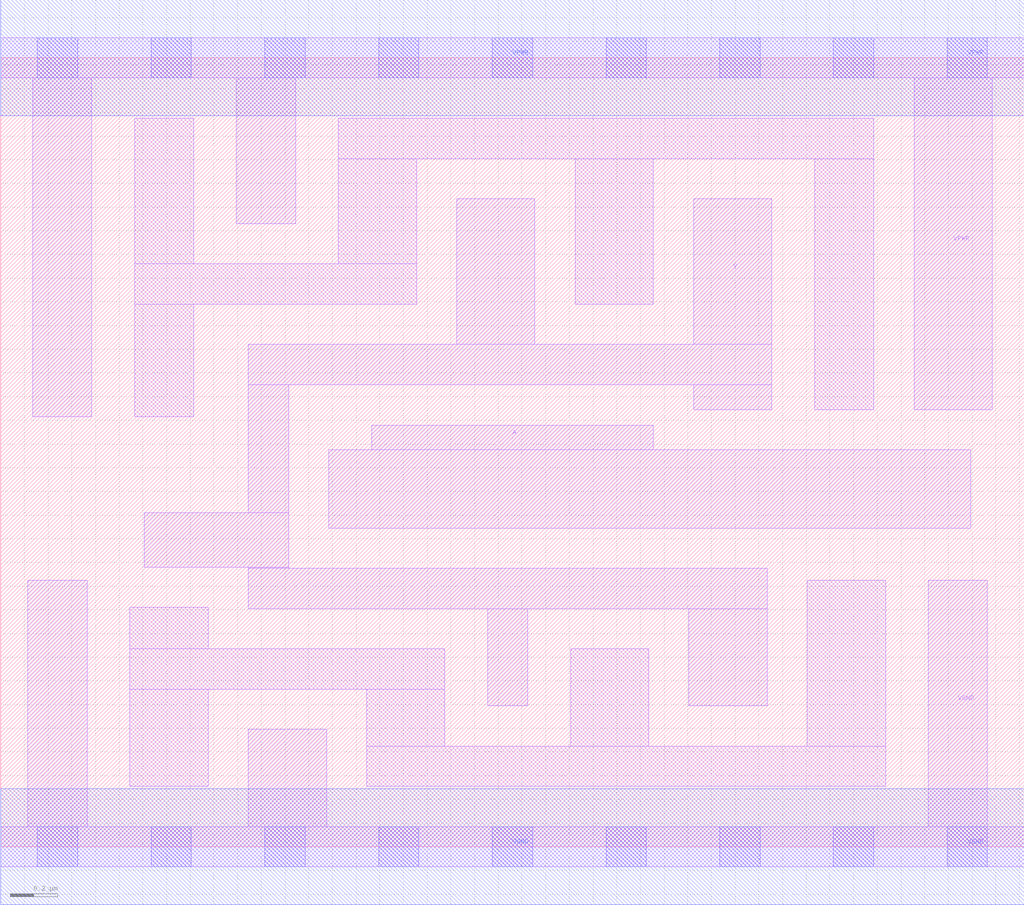
<source format=lef>
# Copyright 2020 The SkyWater PDK Authors
#
# Licensed under the Apache License, Version 2.0 (the "License");
# you may not use this file except in compliance with the License.
# You may obtain a copy of the License at
#
#     https://www.apache.org/licenses/LICENSE-2.0
#
# Unless required by applicable law or agreed to in writing, software
# distributed under the License is distributed on an "AS IS" BASIS,
# WITHOUT WARRANTIES OR CONDITIONS OF ANY KIND, either express or implied.
# See the License for the specific language governing permissions and
# limitations under the License.
#
# SPDX-License-Identifier: Apache-2.0

VERSION 5.7 ;
  NAMESCASESENSITIVE ON ;
  NOWIREEXTENSIONATPIN ON ;
  DIVIDERCHAR "/" ;
  BUSBITCHARS "[]" ;
UNITS
  DATABASE MICRONS 200 ;
END UNITS
MACRO sky130_fd_sc_lp__invlp_4
  CLASS CORE ;
  SOURCE USER ;
  FOREIGN sky130_fd_sc_lp__invlp_4 ;
  ORIGIN  0.000000  0.000000 ;
  SIZE  4.320000 BY  3.330000 ;
  SYMMETRY X Y R90 ;
  SITE unit ;
  PIN A
    ANTENNAGATEAREA  2.520000 ;
    DIRECTION INPUT ;
    USE SIGNAL ;
    PORT
      LAYER li1 ;
        RECT 1.385000 1.345000 4.095000 1.675000 ;
        RECT 1.565000 1.675000 2.755000 1.780000 ;
    END
  END A
  PIN Y
    ANTENNADIFFAREA  1.411200 ;
    DIRECTION OUTPUT ;
    USE SIGNAL ;
    PORT
      LAYER li1 ;
        RECT 0.605000 1.180000 1.215000 1.410000 ;
        RECT 1.045000 1.005000 3.235000 1.175000 ;
        RECT 1.045000 1.175000 1.215000 1.180000 ;
        RECT 1.045000 1.410000 1.215000 1.950000 ;
        RECT 1.045000 1.950000 3.255000 2.120000 ;
        RECT 1.925000 2.120000 2.255000 2.735000 ;
        RECT 2.055000 0.595000 2.225000 1.005000 ;
        RECT 2.905000 0.595000 3.235000 1.005000 ;
        RECT 2.925000 1.845000 3.255000 1.950000 ;
        RECT 2.925000 2.120000 3.255000 2.735000 ;
    END
  END Y
  PIN VGND
    DIRECTION INOUT ;
    USE GROUND ;
    PORT
      LAYER li1 ;
        RECT 0.000000 -0.085000 4.320000 0.085000 ;
        RECT 0.115000  0.085000 0.365000 1.125000 ;
        RECT 1.045000  0.085000 1.375000 0.495000 ;
        RECT 3.915000  0.085000 4.165000 1.125000 ;
      LAYER mcon ;
        RECT 0.155000 -0.085000 0.325000 0.085000 ;
        RECT 0.635000 -0.085000 0.805000 0.085000 ;
        RECT 1.115000 -0.085000 1.285000 0.085000 ;
        RECT 1.595000 -0.085000 1.765000 0.085000 ;
        RECT 2.075000 -0.085000 2.245000 0.085000 ;
        RECT 2.555000 -0.085000 2.725000 0.085000 ;
        RECT 3.035000 -0.085000 3.205000 0.085000 ;
        RECT 3.515000 -0.085000 3.685000 0.085000 ;
        RECT 3.995000 -0.085000 4.165000 0.085000 ;
      LAYER met1 ;
        RECT 0.000000 -0.245000 4.320000 0.245000 ;
    END
  END VGND
  PIN VPWR
    DIRECTION INOUT ;
    USE POWER ;
    PORT
      LAYER li1 ;
        RECT 0.000000 3.245000 4.320000 3.415000 ;
        RECT 0.135000 1.815000 0.385000 3.245000 ;
        RECT 0.995000 2.630000 1.245000 3.245000 ;
        RECT 3.855000 1.845000 4.185000 3.245000 ;
      LAYER mcon ;
        RECT 0.155000 3.245000 0.325000 3.415000 ;
        RECT 0.635000 3.245000 0.805000 3.415000 ;
        RECT 1.115000 3.245000 1.285000 3.415000 ;
        RECT 1.595000 3.245000 1.765000 3.415000 ;
        RECT 2.075000 3.245000 2.245000 3.415000 ;
        RECT 2.555000 3.245000 2.725000 3.415000 ;
        RECT 3.035000 3.245000 3.205000 3.415000 ;
        RECT 3.515000 3.245000 3.685000 3.415000 ;
        RECT 3.995000 3.245000 4.165000 3.415000 ;
      LAYER met1 ;
        RECT 0.000000 3.085000 4.320000 3.575000 ;
    END
  END VPWR
  OBS
    LAYER li1 ;
      RECT 0.545000 0.255000 0.875000 0.665000 ;
      RECT 0.545000 0.665000 1.875000 0.835000 ;
      RECT 0.545000 0.835000 0.875000 1.010000 ;
      RECT 0.565000 1.815000 0.815000 2.290000 ;
      RECT 0.565000 2.290000 1.755000 2.460000 ;
      RECT 0.565000 2.460000 0.815000 3.075000 ;
      RECT 1.425000 2.460000 1.755000 2.905000 ;
      RECT 1.425000 2.905000 3.685000 3.075000 ;
      RECT 1.545000 0.255000 3.735000 0.425000 ;
      RECT 1.545000 0.425000 1.875000 0.665000 ;
      RECT 2.405000 0.425000 2.735000 0.835000 ;
      RECT 2.425000 2.290000 2.755000 2.905000 ;
      RECT 3.405000 0.425000 3.735000 1.125000 ;
      RECT 3.435000 1.845000 3.685000 2.905000 ;
  END
END sky130_fd_sc_lp__invlp_4

</source>
